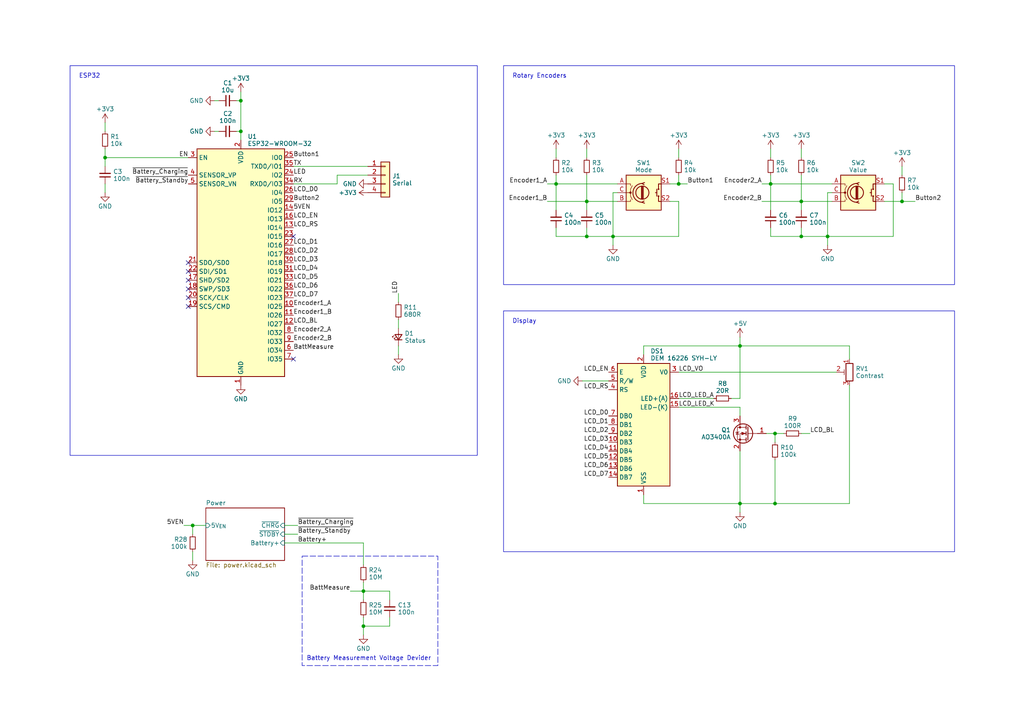
<source format=kicad_sch>
(kicad_sch (version 20230121) (generator eeschema)
  (paper "A4")
  (title_block (title "Qeteshs AC-Controller") (date "${DATE}") (rev "${VERSION}"))
  (lib_symbols
    (symbol "Connector_Generic:Conn_01x04" (pin_names (offset 1.016) hide)
      (property "Reference" "J" (at 0 5.08 0))
      (property "Value" "Conn_01x04" (at 0 -7.62 0))
      (symbol "Conn_01x04_1_1"
        (rectangle (start -1.27 -4.953) (end 0 -5.207) (stroke (width 0.1524)))
        (rectangle (start -1.27 -2.413) (end 0 -2.667) (stroke (width 0.1524)))
        (rectangle (start -1.27 0.127) (end 0 -0.127) (stroke (width 0.1524)))
        (rectangle (start -1.27 2.667) (end 0 2.413) (stroke (width 0.1524)))
        (rectangle (start -1.27 3.81) (end 1.27 -6.35) (stroke (width 0.254)) (fill (type background)))
        (pin passive line (at -5.08 2.54 0) (length 3.81) (name "Pin_1") (number "1"))
        (pin passive line (at -5.08 0 0) (length 3.81) (name "Pin_2") (number "2"))
        (pin passive line (at -5.08 -2.54 0) (length 3.81) (name "Pin_3") (number "3"))
        (pin passive line (at -5.08 -5.08 0) (length 3.81) (name "Pin_4") (number "4"))
      )
    )
    (symbol "Device:C_Small" (pin_numbers hide) (pin_names (offset 0.254) hide)
      (property "Reference" "C" (at 0.254 1.778 0))
      (property "Value" "C_Small" (at 0.254 -2.032 0))
      (symbol "C_Small_0_1"
        (polyline (pts (xy -1.524 -0.508) (xy 1.524 -0.508)) (stroke (width 0.3302)))
        (polyline (pts (xy -1.524 0.508) (xy 1.524 0.508)) (stroke (width 0.3048)))
      )
      (symbol "C_Small_1_1"
        (pin passive line (at 0 2.54 270) (length 2.032) (name "~") (number "1"))
        (pin passive line (at 0 -2.54 90) (length 2.032) (name "~") (number "2"))
      )
    )
    (symbol "Device:LED_Small" (pin_numbers hide) (pin_names (offset 0.254) hide)
      (property "Reference" "D" (at -1.27 3.175 0))
      (property "Value" "LED_Small" (at -4.445 -2.54 0))
      (symbol "LED_Small_0_1"
        (polyline (pts (xy -0.762 -1.016) (xy -0.762 1.016)) (stroke (width 0.254)))
        (polyline (pts (xy 1.016 0) (xy -0.762 0)))
        (polyline (pts (xy 0.762 -1.016) (xy -0.762 0) (xy 0.762 1.016) (xy 0.762 -1.016)) (stroke (width 0.254)))
        (polyline (pts (xy 0 0.762) (xy -0.508 1.27) (xy -0.254 1.27) (xy -0.508 1.27) (xy -0.508 1.016)))
        (polyline (pts (xy 0.508 1.27) (xy 0 1.778) (xy 0.254 1.778) (xy 0 1.778) (xy 0 1.524)))
      )
      (symbol "LED_Small_1_1"
        (pin passive line (at -2.54 0 0) (length 1.778) (name "K") (number "1"))
        (pin passive line (at 2.54 0 180) (length 1.778) (name "A") (number "2"))
      )
    )
    (symbol "Device:R_Potentiometer_Trim" (pin_names (offset 1.016) hide)
      (property "Reference" "RV" (at -4.445 0 90))
      (property "Value" "R_Potentiometer_Trim" (at -2.54 0 90))
      (symbol "R_Potentiometer_Trim_0_1"
        (polyline (pts (xy 1.524 0.762) (xy 1.524 -0.762)))
        (polyline (pts (xy 2.54 0) (xy 1.524 0)))
        (rectangle (start 1.016 2.54) (end -1.016 -2.54) (stroke (width 0.254)))
      )
      (symbol "R_Potentiometer_Trim_1_1"
        (pin passive line (at 0 3.81 270) (length 1.27) (name "1") (number "1"))
        (pin passive line (at 3.81 0 180) (length 1.27) (name "2") (number "2"))
        (pin passive line (at 0 -3.81 90) (length 1.27) (name "3") (number "3"))
      )
    )
    (symbol "Device:R_Small" (pin_numbers hide) (pin_names (offset 0.254) hide)
      (property "Reference" "R" (at 0.762 0.508 0))
      (property "Value" "R_Small" (at 0.762 -1.016 0))
      (symbol "R_Small_0_1"
        (rectangle (start -0.762 1.778) (end 0.762 -1.778) (stroke (width 0.2032)))
      )
      (symbol "R_Small_1_1"
        (pin passive line (at 0 2.54 270) (length 0.762) (name "~") (number "1"))
        (pin passive line (at 0 -2.54 90) (length 0.762) (name "~") (number "2"))
      )
    )
    (symbol "Device:RotaryEncoder_Switch" (pin_names (offset 0.254) hide)
      (property "Reference" "SW" (at 0 6.604 0))
      (property "Value" "RotaryEncoder_Switch" (at 0 -6.604 0))
      (symbol "RotaryEncoder_Switch_0_1"
        (rectangle (start -5.08 5.08) (end 5.08 -5.08) (stroke (width 0.254)) (fill (type background)))
        (circle (center -3.81 0) (radius 0.254) (fill (type outline)))
        (circle (center -0.381 0) (radius 1.905) (stroke (width 0.254)))
        (arc (start -0.381 2.667) (mid -3.0988 -0.0635) (end -0.381 -2.794) (stroke (width 0.254)))
        (polyline (pts (xy -0.635 -1.778) (xy -0.635 1.778)) (stroke (width 0.254)))
        (polyline (pts (xy -0.381 -1.778) (xy -0.381 1.778)) (stroke (width 0.254)))
        (polyline (pts (xy -0.127 1.778) (xy -0.127 -1.778)) (stroke (width 0.254)))
        (polyline (pts (xy 3.81 0) (xy 3.429 0)) (stroke (width 0.254)))
        (polyline (pts (xy 3.81 1.016) (xy 3.81 -1.016)) (stroke (width 0.254)))
        (polyline (pts (xy -5.08 -2.54) (xy -3.81 -2.54) (xy -3.81 -2.032)))
        (polyline (pts (xy -5.08 2.54) (xy -3.81 2.54) (xy -3.81 2.032)))
        (polyline (pts (xy 0.254 -3.048) (xy -0.508 -2.794) (xy 0.127 -2.413)) (stroke (width 0.254)))
        (polyline (pts (xy 0.254 2.921) (xy -0.508 2.667) (xy 0.127 2.286)) (stroke (width 0.254)))
        (polyline (pts (xy 5.08 -2.54) (xy 4.318 -2.54) (xy 4.318 -1.016)) (stroke (width 0.254)))
        (polyline (pts (xy 5.08 2.54) (xy 4.318 2.54) (xy 4.318 1.016)) (stroke (width 0.254)))
        (polyline (pts (xy -5.08 0) (xy -3.81 0) (xy -3.81 -1.016) (xy -3.302 -2.032)))
        (polyline (pts (xy -4.318 0) (xy -3.81 0) (xy -3.81 1.016) (xy -3.302 2.032)))
        (circle (center 4.318 -1.016) (radius 0.127) (stroke (width 0.254)))
        (circle (center 4.318 1.016) (radius 0.127) (stroke (width 0.254)))
      )
      (symbol "RotaryEncoder_Switch_1_1"
        (pin passive line (at -7.62 2.54 0) (length 2.54) (name "A") (number "A"))
        (pin passive line (at -7.62 -2.54 0) (length 2.54) (name "B") (number "B"))
        (pin passive line (at -7.62 0 0) (length 2.54) (name "C") (number "C"))
        (pin passive line (at 7.62 2.54 180) (length 2.54) (name "S1") (number "S1"))
        (pin passive line (at 7.62 -2.54 180) (length 2.54) (name "S2") (number "S2"))
      )
    )
    (symbol "My_Symbols:DEM_16226_SYH-LY"
      (property "Reference" "U" (at 0 0 0))
      (property "Value" "DEM_16226_SYH-LY" (at 0 0 0))
      (symbol "DEM_16226_SYH-LY_1_1"
        (rectangle (start -7.62 -3.81) (end 7.62 -39.37) (stroke (width 0.254)) (fill (type background)))
        (pin power_in line (at 0 -41.91 90) (length 2.54) (name "VSS") (number "1"))
        (pin input line (at -10.16 -26.67 0) (length 2.54) (name "DB3") (number "10"))
        (pin input line (at -10.16 -29.21 0) (length 2.54) (name "DB4") (number "11"))
        (pin input line (at -10.16 -31.75 0) (length 2.54) (name "DB5") (number "12"))
        (pin input line (at -10.16 -34.29 0) (length 2.54) (name "DB6") (number "13"))
        (pin input line (at -10.16 -36.83 0) (length 2.54) (name "DB7") (number "14"))
        (pin passive line (at 10.16 -16.51 180) (length 2.54) (name "LED-(K)") (number "15"))
        (pin passive line (at 10.16 -13.97 180) (length 2.54) (name "LED+(A)") (number "16"))
        (pin power_in line (at 0 -1.27 270) (length 2.54) (name "VDD") (number "2"))
        (pin input line (at 10.16 -6.35 180) (length 2.54) (name "V0") (number "3"))
        (pin input line (at -10.16 -11.43 0) (length 2.54) (name "RS") (number "4"))
        (pin input line (at -10.16 -8.89 0) (length 2.54) (name "R/W") (number "5"))
        (pin input line (at -10.16 -6.35 0) (length 2.54) (name "E") (number "6"))
        (pin input line (at -10.16 -19.05 0) (length 2.54) (name "DB0") (number "7"))
        (pin input line (at -10.16 -21.59 0) (length 2.54) (name "DB1") (number "8"))
        (pin input line (at -10.16 -24.13 0) (length 2.54) (name "DB2") (number "9"))
      )
    )
    (symbol "RF_Module:ESP32-WROOM-32"
      (property "Reference" "U" (at -12.7 34.29 0))
      (property "Value" "ESP32-WROOM-32" (at 1.27 34.29 0))
      (symbol "ESP32-WROOM-32_0_1"
        (rectangle (start -12.7 33.02) (end 12.7 -33.02) (stroke (width 0.254)) (fill (type background)))
      )
      (symbol "ESP32-WROOM-32_1_1"
        (pin power_in line (at 0 -35.56 90) (length 2.54) (name "GND") (number "1"))
        (pin bidirectional line (at 15.24 -12.7 180) (length 2.54) (name "IO25") (number "10"))
        (pin bidirectional line (at 15.24 -15.24 180) (length 2.54) (name "IO26") (number "11"))
        (pin bidirectional line (at 15.24 -17.78 180) (length 2.54) (name "IO27") (number "12"))
        (pin bidirectional line (at 15.24 10.16 180) (length 2.54) (name "IO14") (number "13"))
        (pin bidirectional line (at 15.24 15.24 180) (length 2.54) (name "IO12") (number "14"))
        (pin passive line (at 0 -35.56 90) (length 2.54) hide (name "GND") (number "15"))
        (pin bidirectional line (at 15.24 12.7 180) (length 2.54) (name "IO13") (number "16"))
        (pin bidirectional line (at -15.24 -5.08 0) (length 2.54) (name "SHD/SD2") (number "17"))
        (pin bidirectional line (at -15.24 -7.62 0) (length 2.54) (name "SWP/SD3") (number "18"))
        (pin bidirectional line (at -15.24 -12.7 0) (length 2.54) (name "SCS/CMD") (number "19"))
        (pin power_in line (at 0 35.56 270) (length 2.54) (name "VDD") (number "2"))
        (pin bidirectional line (at -15.24 -10.16 0) (length 2.54) (name "SCK/CLK") (number "20"))
        (pin bidirectional line (at -15.24 0 0) (length 2.54) (name "SDO/SD0") (number "21"))
        (pin bidirectional line (at -15.24 -2.54 0) (length 2.54) (name "SDI/SD1") (number "22"))
        (pin bidirectional line (at 15.24 7.62 180) (length 2.54) (name "IO15") (number "23"))
        (pin bidirectional line (at 15.24 25.4 180) (length 2.54) (name "IO2") (number "24"))
        (pin bidirectional line (at 15.24 30.48 180) (length 2.54) (name "IO0") (number "25"))
        (pin bidirectional line (at 15.24 20.32 180) (length 2.54) (name "IO4") (number "26"))
        (pin bidirectional line (at 15.24 5.08 180) (length 2.54) (name "IO16") (number "27"))
        (pin bidirectional line (at 15.24 2.54 180) (length 2.54) (name "IO17") (number "28"))
        (pin bidirectional line (at 15.24 17.78 180) (length 2.54) (name "IO5") (number "29"))
        (pin input line (at -15.24 30.48 0) (length 2.54) (name "EN") (number "3"))
        (pin bidirectional line (at 15.24 0 180) (length 2.54) (name "IO18") (number "30"))
        (pin bidirectional line (at 15.24 -2.54 180) (length 2.54) (name "IO19") (number "31"))
        (pin no_connect line (at -12.7 -27.94 0) (length 2.54) hide (name "NC") (number "32"))
        (pin bidirectional line (at 15.24 -5.08 180) (length 2.54) (name "IO21") (number "33"))
        (pin bidirectional line (at 15.24 22.86 180) (length 2.54) (name "RXD0/IO3") (number "34"))
        (pin bidirectional line (at 15.24 27.94 180) (length 2.54) (name "TXD0/IO1") (number "35"))
        (pin bidirectional line (at 15.24 -7.62 180) (length 2.54) (name "IO22") (number "36"))
        (pin bidirectional line (at 15.24 -10.16 180) (length 2.54) (name "IO23") (number "37"))
        (pin passive line (at 0 -35.56 90) (length 2.54) hide (name "GND") (number "38"))
        (pin passive line (at 0 -35.56 90) (length 2.54) hide (name "GND") (number "39"))
        (pin input line (at -15.24 25.4 0) (length 2.54) (name "SENSOR_VP") (number "4"))
        (pin input line (at -15.24 22.86 0) (length 2.54) (name "SENSOR_VN") (number "5"))
        (pin input line (at 15.24 -25.4 180) (length 2.54) (name "IO34") (number "6"))
        (pin input line (at 15.24 -27.94 180) (length 2.54) (name "IO35") (number "7"))
        (pin bidirectional line (at 15.24 -20.32 180) (length 2.54) (name "IO32") (number "8"))
        (pin bidirectional line (at 15.24 -22.86 180) (length 2.54) (name "IO33") (number "9"))
      )
    )
    (symbol "Transistor_FET:AO3400A" (pin_names hide)
      (property "Reference" "Q" (at 5.08 1.905 0))
      (property "Value" "AO3400A" (at 5.08 0 0))
      (symbol "AO3400A_0_1"
        (polyline (pts (xy 0.254 0) (xy -2.54 0)))
        (polyline (pts (xy 0.254 1.905) (xy 0.254 -1.905)) (stroke (width 0.254)))
        (polyline (pts (xy 0.762 -1.27) (xy 0.762 -2.286)) (stroke (width 0.254)))
        (polyline (pts (xy 0.762 0.508) (xy 0.762 -0.508)) (stroke (width 0.254)))
        (polyline (pts (xy 0.762 2.286) (xy 0.762 1.27)) (stroke (width 0.254)))
        (polyline (pts (xy 2.54 2.54) (xy 2.54 1.778)))
        (polyline (pts (xy 2.54 -2.54) (xy 2.54 0) (xy 0.762 0)))
        (polyline (pts (xy 0.762 -1.778) (xy 3.302 -1.778) (xy 3.302 1.778) (xy 0.762 1.778)))
        (polyline (pts (xy 1.016 0) (xy 2.032 0.381) (xy 2.032 -0.381) (xy 1.016 0)) (fill (type outline)))
        (polyline (pts (xy 2.794 0.508) (xy 2.921 0.381) (xy 3.683 0.381) (xy 3.81 0.254)))
        (polyline (pts (xy 3.302 0.381) (xy 2.921 -0.254) (xy 3.683 -0.254) (xy 3.302 0.381)))
        (circle (center 1.651 0) (radius 2.794) (stroke (width 0.254)))
        (circle (center 2.54 -1.778) (radius 0.254) (fill (type outline)))
        (circle (center 2.54 1.778) (radius 0.254) (fill (type outline)))
      )
      (symbol "AO3400A_1_1"
        (pin input line (at -5.08 0 0) (length 2.54) (name "G") (number "1"))
        (pin passive line (at 2.54 -5.08 90) (length 2.54) (name "S") (number "2"))
        (pin passive line (at 2.54 5.08 270) (length 2.54) (name "D") (number "3"))
      )
    )
    (symbol "power:+3V3" (power) (pin_names (offset 0))
      (property "Value" "+3V3" (at 0 3.556 0))
      (symbol "+3V3_0_1"
        (polyline (pts (xy -0.762 1.27) (xy 0 2.54)))
        (polyline (pts (xy 0 0) (xy 0 2.54)))
        (polyline (pts (xy 0 2.54) (xy 0.762 1.27)))
      )
      (symbol "+3V3_1_1"
        (pin power_in line (at 0 0 90) (length 0) hide (name "+3V3") (number "1"))
      )
    )
    (symbol "power:+5V" (power) (pin_names (offset 0))
      (property "Value" "+5V" (at 0 3.556 0))
      (symbol "+5V_0_1"
        (polyline (pts (xy -0.762 1.27) (xy 0 2.54)))
        (polyline (pts (xy 0 0) (xy 0 2.54)))
        (polyline (pts (xy 0 2.54) (xy 0.762 1.27)))
      )
      (symbol "+5V_1_1"
        (pin power_in line (at 0 0 90) (length 0) hide (name "+5V") (number "1"))
      )
    )
    (symbol "power:GND" (power) (pin_names (offset 0))
      (property "Value" "GND" (at 0 -3.81 0))
      (symbol "GND_0_1"
        (polyline (pts (xy 0 0) (xy 0 -1.27) (xy 1.27 -1.27) (xy 0 -2.54) (xy -1.27 -1.27) (xy 0 -1.27)))
      )
      (symbol "GND_1_1"
        (pin power_in line (at 0 0 270) (length 0) hide (name "GND") (number "1"))
      )
    )
  )
  (junction (at 170.18 58.42))
  (junction (at 223.52 53.34))
  (junction (at 55.88 152.4))
  (junction (at 214.63 146.05))
  (junction (at 196.85 53.34))
  (junction (at 161.29 53.34))
  (junction (at 240.03 68.58))
  (junction (at 177.8 68.58))
  (junction (at 261.62 58.42))
  (junction (at 232.41 58.42))
  (junction (at 224.79 146.05))
  (junction (at 105.41 181.61))
  (junction (at 232.41 68.58))
  (junction (at 30.48 45.72))
  (junction (at 105.41 171.45))
  (junction (at 224.79 125.73))
  (junction (at 69.85 29.21))
  (junction (at 214.63 100.33))
  (junction (at 69.85 38.1))
  (junction (at 170.18 68.58))
  (no_connect (at 85.09 104.14))
  (no_connect (at 54.61 83.82))
  (no_connect (at 54.61 86.36))
  (no_connect (at 54.61 88.9))
  (no_connect (at 85.09 68.58))
  (no_connect (at 54.61 76.2))
  (no_connect (at 54.61 78.74))
  (no_connect (at 54.61 81.28))
  (wire (pts (xy 170.18 50.8) (xy 170.18 58.42)))
  (wire (pts (xy 86.36 154.94) (xy 82.55 154.94)))
  (wire (pts (xy 196.85 53.34) (xy 194.31 53.34)))
  (wire (pts (xy 68.58 29.21) (xy 69.85 29.21)))
  (wire (pts (xy 186.69 100.33) (xy 214.63 100.33)))
  (wire (pts (xy 212.09 115.57) (xy 214.63 115.57)))
  (wire (pts (xy 232.41 43.18) (xy 232.41 45.72)))
  (wire (pts (xy 232.41 50.8) (xy 232.41 58.42)))
  (wire (pts (xy 170.18 58.42) (xy 170.18 60.96)))
  (wire (pts (xy 261.62 58.42) (xy 265.43 58.42)))
  (wire (pts (xy 232.41 58.42) (xy 232.41 60.96)))
  (wire (pts (xy 170.18 68.58) (xy 177.8 68.58)))
  (wire (pts (xy 246.38 146.05) (xy 224.79 146.05)))
  (wire (pts (xy 55.88 152.4) (xy 59.69 152.4)))
  (wire (pts (xy 246.38 111.76) (xy 246.38 146.05)))
  (wire (pts (xy 232.41 68.58) (xy 232.41 66.04)))
  (wire (pts (xy 62.23 38.1) (xy 63.5 38.1)))
  (wire (pts (xy 177.8 68.58) (xy 177.8 71.12)))
  (wire (pts (xy 214.63 130.81) (xy 214.63 146.05)))
  (wire (pts (xy 240.03 68.58) (xy 240.03 71.12)))
  (wire (pts (xy 158.75 58.42) (xy 170.18 58.42)))
  (wire (pts (xy 224.79 146.05) (xy 214.63 146.05)))
  (wire (pts (xy 30.48 45.72) (xy 30.48 48.26)))
  (wire (pts (xy 223.52 66.04) (xy 223.52 68.58)))
  (wire (pts (xy 161.29 66.04) (xy 161.29 68.58)))
  (wire (pts (xy 196.85 53.34) (xy 199.39 53.34)))
  (wire (pts (xy 62.23 29.21) (xy 63.5 29.21)))
  (wire (pts (xy 113.03 179.07) (xy 113.03 181.61)))
  (wire (pts (xy 186.69 143.51) (xy 186.69 146.05)))
  (wire (pts (xy 168.91 110.49) (xy 176.53 110.49)))
  (wire (pts (xy 186.69 100.33) (xy 186.69 102.87)))
  (wire (pts (xy 97.79 50.8) (xy 106.68 50.8)))
  (wire (pts (xy 196.85 58.42) (xy 196.85 68.58)))
  (wire (pts (xy 196.85 43.18) (xy 196.85 45.72)))
  (wire (pts (xy 30.48 53.34) (xy 30.48 55.88)))
  (wire (pts (xy 69.85 26.67) (xy 69.85 29.21)))
  (wire (pts (xy 223.52 53.34) (xy 223.52 60.96)))
  (wire (pts (xy 246.38 100.33) (xy 214.63 100.33)))
  (wire (pts (xy 113.03 173.99) (xy 113.03 171.45)))
  (wire (pts (xy 196.85 68.58) (xy 177.8 68.58)))
  (wire (pts (xy 161.29 53.34) (xy 179.07 53.34)))
  (wire (pts (xy 105.41 171.45) (xy 105.41 173.99)))
  (wire (pts (xy 232.41 58.42) (xy 241.3 58.42)))
  (wire (pts (xy 256.54 58.42) (xy 261.62 58.42)))
  (wire (pts (xy 220.98 58.42) (xy 232.41 58.42)))
  (wire (pts (xy 161.29 53.34) (xy 161.29 60.96)))
  (wire (pts (xy 224.79 125.73) (xy 227.33 125.73)))
  (wire (pts (xy 86.36 152.4) (xy 82.55 152.4)))
  (wire (pts (xy 161.29 43.18) (xy 161.29 45.72)))
  (wire (pts (xy 179.07 55.88) (xy 177.8 55.88)))
  (wire (pts (xy 170.18 68.58) (xy 170.18 66.04)))
  (wire (pts (xy 55.88 152.4) (xy 55.88 154.94)))
  (wire (pts (xy 115.57 92.71) (xy 115.57 95.25)))
  (wire (pts (xy 232.41 125.73) (xy 234.95 125.73)))
  (wire (pts (xy 261.62 48.26) (xy 261.62 50.8)))
  (wire (pts (xy 30.48 35.56) (xy 30.48 38.1)))
  (wire (pts (xy 214.63 100.33) (xy 214.63 97.79)))
  (wire (pts (xy 115.57 100.33) (xy 115.57 102.87)))
  (wire (pts (xy 177.8 55.88) (xy 177.8 68.58)))
  (wire (pts (xy 161.29 50.8) (xy 161.29 53.34)))
  (wire (pts (xy 158.75 53.34) (xy 161.29 53.34)))
  (wire (pts (xy 194.31 58.42) (xy 196.85 58.42)))
  (wire (pts (xy 113.03 181.61) (xy 105.41 181.61)))
  (wire (pts (xy 224.79 128.27) (xy 224.79 125.73)))
  (wire (pts (xy 170.18 43.18) (xy 170.18 45.72)))
  (wire (pts (xy 241.3 55.88) (xy 240.03 55.88)))
  (wire (pts (xy 69.85 38.1) (xy 68.58 38.1)))
  (wire (pts (xy 214.63 118.11) (xy 196.85 118.11)))
  (wire (pts (xy 97.79 53.34) (xy 97.79 50.8)))
  (wire (pts (xy 214.63 115.57) (xy 214.63 100.33)))
  (wire (pts (xy 224.79 133.35) (xy 224.79 146.05)))
  (wire (pts (xy 69.85 40.64) (xy 69.85 38.1)))
  (wire (pts (xy 161.29 68.58) (xy 170.18 68.58)))
  (wire (pts (xy 224.79 125.73) (xy 222.25 125.73)))
  (wire (pts (xy 55.88 160.02) (xy 55.88 162.56)))
  (wire (pts (xy 101.6 171.45) (xy 105.41 171.45)))
  (wire (pts (xy 214.63 148.59) (xy 214.63 146.05)))
  (wire (pts (xy 186.69 146.05) (xy 214.63 146.05)))
  (wire (pts (xy 196.85 115.57) (xy 207.01 115.57)))
  (wire (pts (xy 30.48 43.18) (xy 30.48 45.72)))
  (wire (pts (xy 240.03 55.88) (xy 240.03 68.58)))
  (wire (pts (xy 82.55 157.48) (xy 105.41 157.48)))
  (wire (pts (xy 259.08 68.58) (xy 240.03 68.58)))
  (wire (pts (xy 170.18 58.42) (xy 179.07 58.42)))
  (wire (pts (xy 223.52 53.34) (xy 241.3 53.34)))
  (wire (pts (xy 223.52 43.18) (xy 223.52 45.72)))
  (wire (pts (xy 232.41 68.58) (xy 240.03 68.58)))
  (wire (pts (xy 105.41 168.91) (xy 105.41 171.45)))
  (wire (pts (xy 105.41 157.48) (xy 105.41 163.83)))
  (wire (pts (xy 196.85 50.8) (xy 196.85 53.34)))
  (wire (pts (xy 69.85 29.21) (xy 69.85 38.1)))
  (wire (pts (xy 220.98 53.34) (xy 223.52 53.34)))
  (wire (pts (xy 223.52 50.8) (xy 223.52 53.34)))
  (wire (pts (xy 246.38 100.33) (xy 246.38 104.14)))
  (wire (pts (xy 105.41 181.61) (xy 105.41 184.15)))
  (wire (pts (xy 105.41 179.07) (xy 105.41 181.61)))
  (wire (pts (xy 214.63 118.11) (xy 214.63 120.65)))
  (wire (pts (xy 223.52 68.58) (xy 232.41 68.58)))
  (wire (pts (xy 259.08 53.34) (xy 259.08 68.58)))
  (wire (pts (xy 85.09 53.34) (xy 97.79 53.34)))
  (wire (pts (xy 30.48 45.72) (xy 54.61 45.72)))
  (wire (pts (xy 259.08 53.34) (xy 256.54 53.34)))
  (wire (pts (xy 53.34 152.4) (xy 55.88 152.4)))
  (wire (pts (xy 85.09 48.26) (xy 106.68 48.26)))
  (wire (pts (xy 115.57 85.09) (xy 115.57 87.63)))
  (wire (pts (xy 261.62 55.88) (xy 261.62 58.42)))
  (wire (pts (xy 196.85 107.95) (xy 242.57 107.95)))
  (wire (pts (xy 113.03 171.45) (xy 105.41 171.45)))
  (rectangle (start 87.63 161.29) (end 127 193.04) (stroke (width 0) (type dash)))
  (rectangle (start 146.05 90.17) (end 276.86 160.02))
  (rectangle (start 20.32 19.05) (end 138.43 132.08))
  (rectangle (start 146.05 19.05) (end 276.86 82.55))
  (text "Display" (at 148.59 93.98 0) (effects (font (size 1.27 1.27)) (justify left bottom)))
  (text "ESP32" (at 22.86 22.86 0) (effects (font (size 1.27 1.27)) (justify left bottom)))
  (text "Battery Measurement Voltage Devider" (at 88.9 191.77 0) (effects (font (size 1.27 1.27)) (justify left bottom)))
  (text "Rotary Encoders" (at 148.59 22.86 0) (effects (font (size 1.27 1.27)) (justify left bottom)))
  (label "LCD_D6" (at 85.09 83.82 0))
  (label "~{Battery_Standby}" (at 86.36 154.94 0))
  (label "LCD_D6" (at 176.53 135.89 180))
  (label "BattMeasure" (at 101.6 171.45 180))
  (label "LCD_D0" (at 85.09 55.88 0))
  (label "LCD_D4" (at 85.09 78.74 0))
  (label "Encoder1_B" (at 85.09 91.44 0))
  (label "LCD_D4" (at 176.53 130.81 180))
  (label "Encoder1_A" (at 85.09 88.9 0))
  (label "LCD_D2" (at 176.53 125.73 180))
  (label "Encoder2_A" (at 85.09 96.52 0))
  (label "LCD_RS" (at 85.09 66.04 0))
  (label "LCD_D1" (at 85.09 71.12 0))
  (label "Encoder2_B" (at 220.98 58.42 180))
  (label "LCD_D1" (at 176.53 123.19 180))
  (label "~{Battery_Standby}" (at 54.61 53.34 180))
  (label "LCD_D7" (at 176.53 138.43 180))
  (label "LCD_BL" (at 234.95 125.73 0))
  (label "Button1" (at 85.09 45.72 0))
  (label "Button2" (at 265.43 58.42 0))
  (label "Battery+" (at 86.36 157.48 0))
  (label "BattMeasure" (at 85.09 101.6 0))
  (label "~{Battery_Charging}" (at 54.61 50.8 180))
  (label "LCD_D3" (at 85.09 76.2 0))
  (label "5VEN" (at 85.09 60.96 0))
  (label "LCD_D0" (at 176.53 120.65 180))
  (label "EN" (at 54.61 45.72 180))
  (label "LCD_D5" (at 176.53 133.35 180))
  (label "TX" (at 85.09 48.26 0))
  (label "LCD_VO" (at 196.85 107.95 0))
  (label "LCD_D5" (at 85.09 81.28 0))
  (label "RX" (at 85.09 53.34 0))
  (label "LCD_BL" (at 85.09 93.98 0))
  (label "5VEN" (at 53.34 152.4 180))
  (label "Encoder1_B" (at 158.75 58.42 180))
  (label "Button1" (at 199.39 53.34 0))
  (label "LED" (at 115.57 85.09 90))
  (label "LCD_LED_K" (at 196.85 118.11 0))
  (label "~{Battery_Charging}" (at 86.36 152.4 0))
  (label "Encoder2_A" (at 220.98 53.34 180))
  (label "LCD_LED_A" (at 196.85 115.57 0))
  (label "LCD_D7" (at 85.09 86.36 0))
  (label "LCD_EN" (at 85.09 63.5 0))
  (label "LCD_EN" (at 176.53 107.95 180))
  (label "LCD_D3" (at 176.53 128.27 180))
  (label "LED" (at 85.09 50.8 0))
  (label "Encoder2_B" (at 85.09 99.06 0))
  (label "Encoder1_A" (at 158.75 53.34 180))
  (label "LCD_D2" (at 85.09 73.66 0))
  (label "LCD_RS" (at 176.53 113.03 180))
  (label "Button2" (at 85.09 58.42 0))
  (symbol (lib_id "power:GND") (at 214.63 148.59 0) (unit 1)
    (property "Reference" "#PWR019" (effects hide))
    (property "Value" "GND" (at 214.63 152.535 0))
  )
  (symbol (lib_id "power:GND") (at 106.68 53.34 270) (unit 1)
    (property "Reference" "#PWR011" (effects hide))
    (property "Value" "GND" (at 103.5051 53.34 90) (effects (justify right)))
  )
  (symbol (lib_id "power:GND") (at 30.48 55.88 0) (unit 1)
    (property "Reference" "#PWR012" (effects hide))
    (property "Value" "GND" (at 30.48 59.825 0))
  )
  (symbol (lib_id "Device:R_Small") (at 261.62 53.34 0) (unit 1)
    (property "Reference" "R7" (at 263.1186 52.316 0) (effects (justify left)))
    (property "Value" "10k" (at 263.1186 54.364 0) (effects (justify left)))
    (property "Footprint" "Resistor_SMD:R_0402_1005Metric" (effects hide))
    (property "LCSC" "C25744" (effects hide))
  )
  (symbol (lib_id "Device:R_Small") (at 209.55 115.57 90) (unit 1)
    (property "Reference" "R8" (at 209.55 111.2534 90))
    (property "Value" "20R" (at 209.55 113.3014 90))
    (property "Footprint" "Resistor_SMD:R_0603_1608Metric" (effects hide))
    (property "LCSC" "C22950" (effects hide))
  )
  (symbol (lib_id "Device:C_Small") (at 170.18 63.5 180) (unit 1)
    (property "Reference" "C5" (at 172.5041 62.4696 0) (effects (justify right)))
    (property "Value" "100n" (at 172.5041 64.5176 0) (effects (justify right)))
    (property "Footprint" "Capacitor_SMD:C_0402_1005Metric" (effects hide))
    (property "LCSC" "C1525" (effects hide))
  )
  (symbol (lib_id "power:GND") (at 168.91 110.49 270) (unit 1)
    (property "Reference" "#PWR017" (effects hide))
    (property "Value" "GND" (at 165.7351 110.49 90) (effects (justify right)))
  )
  (symbol (lib_id "Device:R_Small") (at 224.79 130.81 0) (unit 1)
    (property "Reference" "R10" (at 226.2886 129.786 0) (effects (justify left)))
    (property "Value" "100k" (at 226.2886 131.834 0) (effects (justify left)))
    (property "Footprint" "Resistor_SMD:R_0402_1005Metric" (effects hide))
    (property "LCSC" "C25741" (effects hide))
  )
  (symbol (lib_id "Connector_Generic:Conn_01x04") (at 111.76 50.8 0) (unit 1)
    (property "Reference" "J1" (at 113.792 51.046 0) (effects (justify left)))
    (property "Value" "Serial" (at 113.792 53.094 0) (effects (justify left)))
    (property "Footprint" "Connector_PinSocket_2.54mm:PinSocket_1x04_P2.54mm_Vertical" (effects hide))
  )
  (symbol (lib_id "Device:R_Small") (at 30.48 40.64 0) (unit 1)
    (property "Reference" "R1" (at 31.9786 39.616 0) (effects (justify left)))
    (property "Value" "10k" (at 31.9786 41.664 0) (effects (justify left)))
    (property "Footprint" "Resistor_SMD:R_0402_1005Metric" (effects hide))
    (property "LCSC" "C25744" (effects hide))
  )
  (symbol (lib_id "Device:R_Potentiometer_Trim") (at 246.38 107.95 0) (mirror y) (unit 1)
    (property "Reference" "RV1" (at 248.158 106.926 0) (effects (justify right)))
    (property "Value" "Contrast" (at 248.158 108.974 0) (effects (justify right)))
    (property "Footprint" "Potentiometer_SMD:Potentiometer_Bourns_3224J_Horizontal" (effects hide))
  )
  (symbol (lib_id "power:+3V3") (at 106.68 55.88 90) (unit 1)
    (property "Reference" "#PWR013" (effects hide))
    (property "Value" "+3V3" (at 103.505 55.88 90) (effects (justify left)))
  )
  (symbol (lib_id "Device:LED_Small") (at 115.57 97.79 90) (unit 1)
    (property "Reference" "D1" (at 117.348 96.7025 90) (effects (justify right)))
    (property "Value" "Status" (at 117.348 98.7505 90) (effects (justify right)))
    (property "Footprint" "LED_SMD:LED_0603_1608Metric" (effects hide))
    (property "LCSC" "C2286" (effects hide))
  )
  (symbol (lib_id "Device:R_Small") (at 170.18 48.26 0) (unit 1)
    (property "Reference" "R3" (at 171.6786 47.236 0) (effects (justify left)))
    (property "Value" "10k" (at 171.6786 49.284 0) (effects (justify left)))
    (property "Footprint" "Resistor_SMD:R_0402_1005Metric" (effects hide))
    (property "LCSC" "C25744" (effects hide))
  )
  (symbol (lib_id "power:+3V3") (at 223.52 43.18 0) (unit 1)
    (property "Reference" "#PWR08" (effects hide))
    (property "Value" "+3V3" (at 223.52 39.235 0))
  )
  (symbol (lib_id "Device:R_Small") (at 196.85 48.26 0) (unit 1)
    (property "Reference" "R4" (at 198.3486 47.236 0) (effects (justify left)))
    (property "Value" "10k" (at 198.3486 49.284 0) (effects (justify left)))
    (property "Footprint" "Resistor_SMD:R_0402_1005Metric" (effects hide))
    (property "LCSC" "C25744" (effects hide))
  )
  (symbol (lib_id "Transistor_FET:AO3400A") (at 217.17 125.73 0) (mirror y) (unit 1)
    (property "Reference" "Q1" (at 211.9631 124.706 0) (effects (justify left)))
    (property "Value" "AO3400A" (at 211.9631 126.754 0) (effects (justify left)))
    (property "Footprint" "Package_TO_SOT_SMD:SOT-23" (effects hide))
    (property "Datasheet" "http://www.aosmd.com/pdfs/datasheet/AO3400A.pdf" (effects hide))
    (property "LCSC" "C20917" (effects hide))
  )
  (symbol (lib_id "Device:R_Small") (at 232.41 48.26 0) (unit 1)
    (property "Reference" "R6" (at 233.9086 47.236 0) (effects (justify left)))
    (property "Value" "10k" (at 233.9086 49.284 0) (effects (justify left)))
    (property "Footprint" "Resistor_SMD:R_0402_1005Metric" (effects hide))
    (property "LCSC" "C25744" (effects hide))
  )
  (symbol (lib_id "power:+3V3") (at 196.85 43.18 0) (unit 1)
    (property "Reference" "#PWR07" (effects hide))
    (property "Value" "+3V3" (at 196.85 39.235 0))
  )
  (symbol (lib_id "power:GND") (at 115.57 102.87 0) (unit 1)
    (property "Reference" "#PWR020" (effects hide))
    (property "Value" "GND" (at 115.57 106.815 0))
  )
  (symbol (lib_id "power:+5V") (at 214.63 97.79 0) (unit 1)
    (property "Reference" "#PWR016" (effects hide))
    (property "Value" "+5V" (at 214.63 93.845 0))
  )
  (symbol (lib_id "Device:R_Small") (at 223.52 48.26 0) (unit 1)
    (property "Reference" "R5" (at 225.0186 47.236 0) (effects (justify left)))
    (property "Value" "10k" (at 225.0186 49.284 0) (effects (justify left)))
    (property "Footprint" "Resistor_SMD:R_0402_1005Metric" (effects hide))
    (property "LCSC" "C25744" (effects hide))
  )
  (symbol (lib_id "Device:C_Small") (at 30.48 50.8 180) (unit 1)
    (property "Reference" "C3" (at 32.8041 49.7696 0) (effects (justify right)))
    (property "Value" "100n" (at 32.8041 51.8176 0) (effects (justify right)))
    (property "Footprint" "Capacitor_SMD:C_0402_1005Metric" (effects hide))
    (property "LCSC" "C1525" (effects hide))
  )
  (symbol (lib_id "power:+3V3") (at 69.85 26.67 0) (unit 1)
    (property "Reference" "#PWR01" (effects hide))
    (property "Value" "+3V3" (at 69.85 22.725 0))
  )
  (symbol (lib_id "RF_Module:ESP32-WROOM-32") (at 69.85 76.2 0) (unit 1)
    (property "Reference" "U1" (at 71.8059 39.6 0) (effects (justify left)))
    (property "Value" "ESP32-WROOM-32" (at 71.8059 41.648 0) (effects (justify left)))
    (property "Footprint" "RF_Module:ESP32-WROOM-32" (effects hide))
    (property "Datasheet" "https://www.espressif.com/sites/default/files/documentation/esp32-wroom-32_datasheet_en.pdf" (effects hide))
  )
  (symbol (lib_id "power:+3V3") (at 170.18 43.18 0) (unit 1)
    (property "Reference" "#PWR06" (effects hide))
    (property "Value" "+3V3" (at 170.18 39.235 0))
  )
  (symbol (lib_id "Device:RotaryEncoder_Switch") (at 248.92 55.88 0) (unit 1)
    (property "Reference" "SW2" (at 248.92 47.22 0))
    (property "Value" "Value" (at 248.92 49.268 0))
    (property "Footprint" "Rotary_Encoder:RotaryEncoder_Alps_EC12E-Switch_Vertical_H20mm" (effects hide))
  )
  (symbol (lib_id "power:+3V3") (at 232.41 43.18 0) (unit 1)
    (property "Reference" "#PWR09" (effects hide))
    (property "Value" "+3V3" (at 232.41 39.235 0))
  )
  (symbol (lib_id "Device:R_Small") (at 115.57 90.17 0) (unit 1)
    (property "Reference" "R11" (at 117.0686 89.146 0) (effects (justify left)))
    (property "Value" "680R" (at 117.0686 91.194 0) (effects (justify left)))
    (property "Footprint" "Resistor_SMD:R_0603_1608Metric" (effects hide))
    (property "LCSC" "C23228" (effects hide))
  )
  (symbol (lib_id "Device:C_Small") (at 66.04 38.1 90) (unit 1)
    (property "Reference" "C2" (at 66.0463 32.9579 90))
    (property "Value" "100n" (at 66.0463 35.0059 90))
    (property "Footprint" "Capacitor_SMD:C_0402_1005Metric" (effects hide))
    (property "LCSC" "C1525" (effects hide))
  )
  (symbol (lib_id "power:GND") (at 62.23 38.1 270) (unit 1)
    (property "Reference" "#PWR04" (effects hide))
    (property "Value" "GND" (at 59.0551 38.1 90) (effects (justify right)))
  )
  (symbol (lib_id "Device:R_Small") (at 229.87 125.73 90) (unit 1)
    (property "Reference" "R9" (at 229.87 121.4134 90))
    (property "Value" "100R" (at 229.87 123.4614 90))
    (property "Footprint" "Resistor_SMD:R_0402_1005Metric" (effects hide))
    (property "LCSC" "C25076" (effects hide))
  )
  (symbol (lib_id "Device:C_Small") (at 113.03 176.53 180) (unit 1)
    (property "Reference" "C13" (at 115.3541 175.4996 0) (effects (justify right)))
    (property "Value" "100n" (at 115.3541 177.5476 0) (effects (justify right)))
    (property "Footprint" "Capacitor_SMD:C_0402_1005Metric" (effects hide))
    (property "LCSC" "C1525" (effects hide))
  )
  (symbol (lib_id "Device:C_Small") (at 232.41 63.5 180) (unit 1)
    (property "Reference" "C7" (at 234.7341 62.4696 0) (effects (justify right)))
    (property "Value" "100n" (at 234.7341 64.5176 0) (effects (justify right)))
    (property "Footprint" "Capacitor_SMD:C_0402_1005Metric" (effects hide))
    (property "LCSC" "C1525" (effects hide))
  )
  (symbol (lib_id "power:GND") (at 55.88 162.56 0) (unit 1)
    (property "Reference" "#PWR036" (effects hide))
    (property "Value" "GND" (at 55.88 166.505 0))
  )
  (symbol (lib_id "Device:R_Small") (at 161.29 48.26 0) (unit 1)
    (property "Reference" "R2" (at 162.7886 47.236 0) (effects (justify left)))
    (property "Value" "10k" (at 162.7886 49.284 0) (effects (justify left)))
    (property "Footprint" "Resistor_SMD:R_0402_1005Metric" (effects hide))
    (property "LCSC" "C25744" (effects hide))
  )
  (symbol (lib_id "power:GND") (at 177.8 71.12 0) (unit 1)
    (property "Reference" "#PWR014" (effects hide))
    (property "Value" "GND" (at 177.8 75.065 0))
  )
  (symbol (lib_id "power:+3V3") (at 30.48 35.56 0) (unit 1)
    (property "Reference" "#PWR03" (effects hide))
    (property "Value" "+3V3" (at 30.48 31.615 0))
  )
  (symbol (lib_id "power:GND") (at 240.03 71.12 0) (unit 1)
    (property "Reference" "#PWR015" (effects hide))
    (property "Value" "GND" (at 240.03 75.065 0))
  )
  (symbol (lib_id "Device:R_Small") (at 55.88 157.48 0) (unit 1)
    (property "Reference" "R28" (at 54.3814 156.456 0) (effects (justify right)))
    (property "Value" "100k" (at 54.3814 158.504 0) (effects (justify right)))
    (property "Footprint" "Resistor_SMD:R_0402_1005Metric" (effects hide))
    (property "LCSC" "C25741" (effects hide))
  )
  (symbol (lib_id "Device:C_Small") (at 66.04 29.21 90) (unit 1)
    (property "Reference" "C1" (at 66.0463 24.0679 90))
    (property "Value" "10u" (at 66.0463 26.1159 90))
    (property "Footprint" "Capacitor_SMD:C_0402_1005Metric" (effects hide))
    (property "LCSC" "C15525" (effects hide))
  )
  (symbol (lib_id "My_Symbols:DEM_16226_SYH-LY") (at 186.69 101.6 0) (unit 1)
    (property "Reference" "DS1" (at 188.6459 101.83 0) (effects (justify left)))
    (property "Value" "DEM 16226 SYH-LY" (at 188.6459 103.878 0) (effects (justify left)))
    (property "Footprint" "My_Footprints:DEM 16226 SYH-LY" (effects hide))
    (property "Datasheet" "https://cdn-reichelt.de/documents/datenblatt/A500/DEM16226SYH-LY.pdf" (effects hide))
  )
  (symbol (lib_id "Device:C_Small") (at 223.52 63.5 180) (unit 1)
    (property "Reference" "C6" (at 225.8441 62.4696 0) (effects (justify right)))
    (property "Value" "100n" (at 225.8441 64.5176 0) (effects (justify right)))
    (property "Footprint" "Capacitor_SMD:C_0402_1005Metric" (effects hide))
    (property "LCSC" "C1525" (effects hide))
  )
  (symbol (lib_id "power:GND") (at 69.85 111.76 0) (unit 1)
    (property "Reference" "#PWR018" (effects hide))
    (property "Value" "GND" (at 69.85 115.705 0))
  )
  (symbol (lib_id "Device:R_Small") (at 105.41 176.53 0) (unit 1)
    (property "Reference" "R25" (at 106.9086 175.506 0) (effects (justify left)))
    (property "Value" "10M" (at 106.9086 177.554 0) (effects (justify left)))
    (property "Footprint" "Resistor_SMD:R_0402_1005Metric" (effects hide))
    (property "LCSC" "C26082" (effects hide))
  )
  (symbol (lib_id "power:+3V3") (at 161.29 43.18 0) (unit 1)
    (property "Reference" "#PWR05" (effects hide))
    (property "Value" "+3V3" (at 161.29 39.235 0))
  )
  (symbol (lib_id "power:+3V3") (at 261.62 48.26 0) (unit 1)
    (property "Reference" "#PWR010" (effects hide))
    (property "Value" "+3V3" (at 261.62 44.315 0))
  )
  (symbol (lib_id "power:GND") (at 105.41 184.15 0) (unit 1)
    (property "Reference" "#PWR021" (effects hide))
    (property "Value" "GND" (at 105.41 188.095 0))
  )
  (symbol (lib_id "Device:C_Small") (at 161.29 63.5 180) (unit 1)
    (property "Reference" "C4" (at 163.6141 62.4696 0) (effects (justify right)))
    (property "Value" "100n" (at 163.6141 64.5176 0) (effects (justify right)))
    (property "Footprint" "Capacitor_SMD:C_0402_1005Metric" (effects hide))
    (property "LCSC" "C1525" (effects hide))
  )
  (symbol (lib_id "power:GND") (at 62.23 29.21 270) (unit 1)
    (property "Reference" "#PWR02" (effects hide))
    (property "Value" "GND" (at 59.0551 29.21 90) (effects (justify right)))
  )
  (symbol (lib_id "Device:R_Small") (at 105.41 166.37 0) (unit 1)
    (property "Reference" "R24" (at 106.9086 165.346 0) (effects (justify left)))
    (property "Value" "10M" (at 106.9086 167.394 0) (effects (justify left)))
    (property "Footprint" "Resistor_SMD:R_0402_1005Metric" (effects hide))
    (property "LCSC" "C26082" (effects hide))
  )
  (symbol (lib_id "Device:RotaryEncoder_Switch") (at 186.69 55.88 0) (unit 1)
    (property "Reference" "SW1" (at 186.69 47.22 0))
    (property "Value" "Mode" (at 186.69 49.268 0))
    (property "Footprint" "Rotary_Encoder:RotaryEncoder_Alps_EC12E-Switch_Vertical_H20mm" (effects hide))
  )
  (sheet (at 59.69 147.32) (size 22.86 15.24) (stroke (width 0.1524))
    (property "Sheetname" "Power" (at 59.69 146.6084 0) (effects (justify left bottom)))
    (property "Sheetfile" "power.kicad_sch" (at 59.69 163.1446 0) (effects (justify left top)))
    (pin "~{CHRG}" input (at 82.55 152.4 0))
    (pin "~{STDBY}" input (at 82.55 154.94 0))
    (pin "Battery+" input (at 82.55 157.48 0))
    (pin "5V_{EN}" input (at 59.69 152.4 180))
  )
)
</source>
